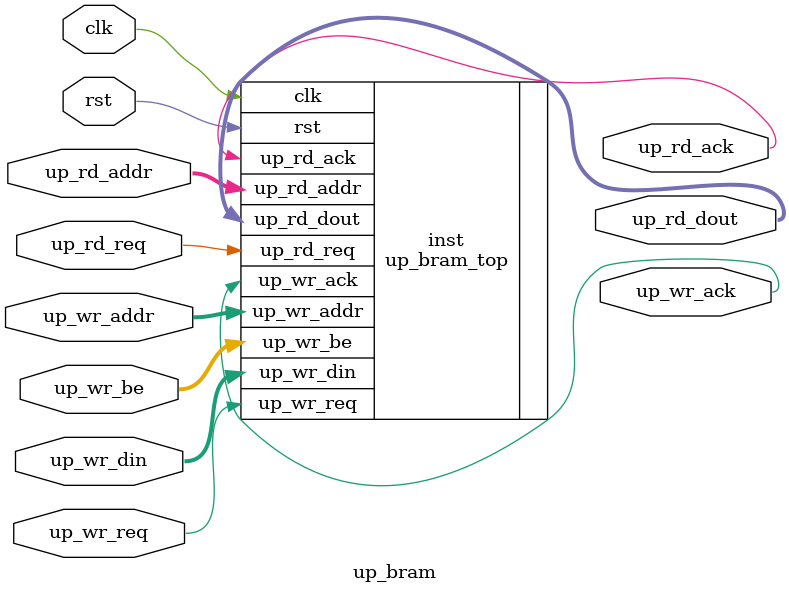
<source format=v>
/*
Copyright (c) 2019 Chengdu JinZhiLi Technology Co., Ltd.
All rights reserved.
*/

`timescale 1 ns / 1 ps
`default_nettype none

module up_bram #(
    parameter C_ADDR_WIDTH = 10,
    parameter C_DATA_WIDTH = 32
) (
    (* X_INTERFACE_PARAMETER = "XIL_INTERFACENAME clk, ASSOCIATED_RESET rst, ASSOCIATED_BUSIF UP_RD:UP_WR, FREQ_HZ 100000000, PHASE 0.000" *)
    (* X_INTERFACE_INFO = "xilinx.com:signal:clock:1.0 clk CLK" *)
    input  wire                      clk       ,
    (* X_INTERFACE_PARAMETER = "XIL_INTERFACENAME rst, POLARITY ACTIVE_HIGH" *)
    (* X_INTERFACE_INFO = "xilinx.com:signal:reset:1.0 rst RST" *)
    input  wire                      rst       ,
    // UP_WR interface
    //================
    (* X_INTERFACE_INFO = "jzhl:user:up_ipif:1.0 UP_WR addr" *)
    input  wire [  C_ADDR_WIDTH-1:0] up_wr_addr,
    (* X_INTERFACE_INFO = "jzhl:user:up_ipif:1.0 UP_WR be" *)
    input  wire [C_DATA_WIDTH/8-1:0] up_wr_be  ,
    (* X_INTERFACE_INFO = "jzhl:user:up_ipif:1.0 UP_WR req" *)
    input  wire                      up_wr_req ,
    (* X_INTERFACE_INFO = "jzhl:user:up_ipif:1.0 UP_WR din" *)
    input  wire [  C_DATA_WIDTH-1:0] up_wr_din ,
    (* X_INTERFACE_INFO = "jzhl:user:up_ipif:1.0 UP_WR ack" *)
    output wire                      up_wr_ack ,
    // UP_RD interface
    //================
    (* X_INTERFACE_INFO = "jzhl:user:up_ipif:1.0 UP_RD addr" *)
    input  wire [  C_ADDR_WIDTH-1:0] up_rd_addr,
    (* X_INTERFACE_INFO = "jzhl:user:up_ipif:1.0 UP_RD req" *)
    input  wire                      up_rd_req ,
    (* X_INTERFACE_INFO = "jzhl:user:up_ipif:1.0 UP_RD dout" *)
    output wire [  C_DATA_WIDTH-1:0] up_rd_dout,
    (* X_INTERFACE_INFO = "jzhl:user:up_ipif:1.0 UP_RD ack" *)
    output wire                      up_rd_ack
);

    up_bram_top #(
        .C_ADDR_WIDTH(C_ADDR_WIDTH),
        .C_DATA_WIDTH(C_DATA_WIDTH)
    ) inst (
        .clk       (clk       ),
        .rst       (rst       ),
        //
        .up_wr_addr(up_wr_addr),
        .up_wr_be  (up_wr_be  ),
        .up_wr_req (up_wr_req ),
        .up_wr_din (up_wr_din ),
        .up_wr_ack (up_wr_ack ),
        //
        .up_rd_addr(up_rd_addr),
        .up_rd_req (up_rd_req ),
        .up_rd_dout(up_rd_dout),
        .up_rd_ack (up_rd_ack )
    );

endmodule

</source>
